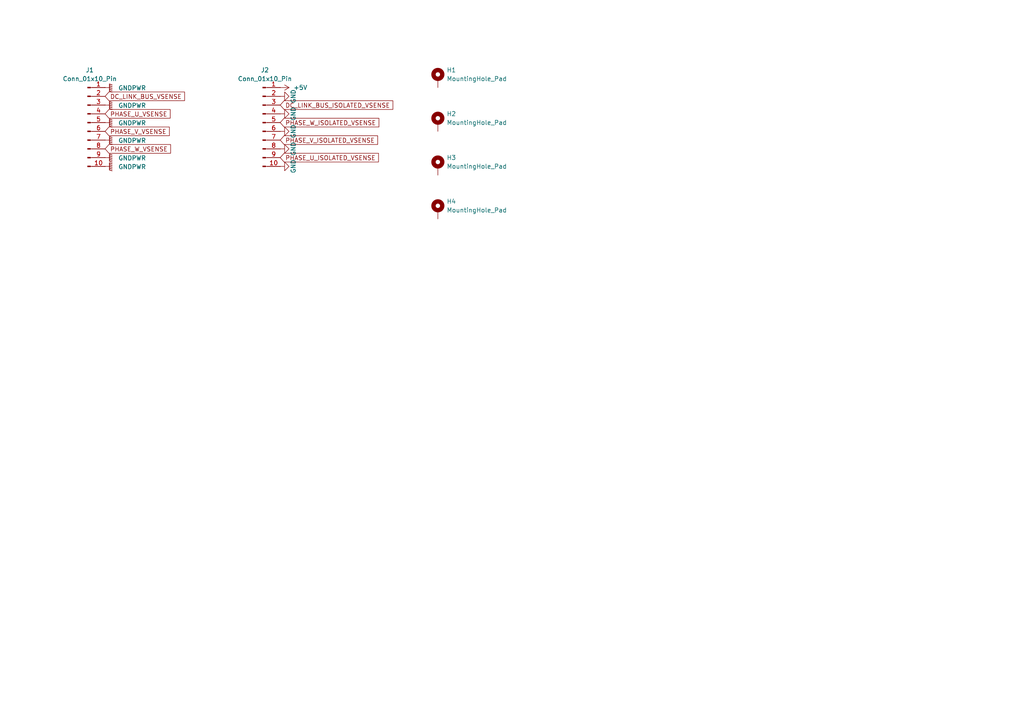
<source format=kicad_sch>
(kicad_sch (version 20250114) (generator "eeschema") (generator_version "9.0")
  (paper "A4")
  (lib_symbols
    (symbol "Connector:Conn_01x10_Pin" (pin_names (offset 1.016) (hide yes))
      (property "Reference" "J" (at 0 12.7 0))
      (property "Value" "Conn_01x10_Pin" (at 0 -15.24 0))
      (symbol "Conn_01x10_Pin_1_1"
        (rectangle (start 0.8636 10.287) (end 0 10.033) (stroke (width 0.1524)) (fill (type outline)))
        (rectangle (start 0.8636 7.747) (end 0 7.493) (stroke (width 0.1524)) (fill (type outline)))
        (rectangle (start 0.8636 5.207) (end 0 4.953) (stroke (width 0.1524)) (fill (type outline)))
        (rectangle (start 0.8636 2.667) (end 0 2.413) (stroke (width 0.1524)) (fill (type outline)))
        (rectangle (start 0.8636 0.127) (end 0 -0.127) (stroke (width 0.1524)) (fill (type outline)))
        (rectangle (start 0.8636 -2.413) (end 0 -2.667) (stroke (width 0.1524)) (fill (type outline)))
        (rectangle (start 0.8636 -4.953) (end 0 -5.207) (stroke (width 0.1524)) (fill (type outline)))
        (rectangle (start 0.8636 -7.493) (end 0 -7.747) (stroke (width 0.1524)) (fill (type outline)))
        (rectangle (start 0.8636 -10.033) (end 0 -10.287) (stroke (width 0.1524)) (fill (type outline)))
        (rectangle (start 0.8636 -12.573) (end 0 -12.827) (stroke (width 0.1524)) (fill (type outline)))
        (polyline (pts (xy 1.27 10.16) (xy 0.8636 10.16)) (stroke (width 0.1524)))
        (polyline (pts (xy 1.27 7.62) (xy 0.8636 7.62)) (stroke (width 0.1524)))
        (polyline (pts (xy 1.27 5.08) (xy 0.8636 5.08)) (stroke (width 0.1524)))
        (polyline (pts (xy 1.27 2.54) (xy 0.8636 2.54)) (stroke (width 0.1524)))
        (polyline (pts (xy 1.27 0) (xy 0.8636 0)) (stroke (width 0.1524)))
        (polyline (pts (xy 1.27 -2.54) (xy 0.8636 -2.54)) (stroke (width 0.1524)))
        (polyline (pts (xy 1.27 -5.08) (xy 0.8636 -5.08)) (stroke (width 0.1524)))
        (polyline (pts (xy 1.27 -7.62) (xy 0.8636 -7.62)) (stroke (width 0.1524)))
        (polyline (pts (xy 1.27 -10.16) (xy 0.8636 -10.16)) (stroke (width 0.1524)))
        (polyline (pts (xy 1.27 -12.7) (xy 0.8636 -12.7)) (stroke (width 0.1524)))
        (pin passive line (at 5.08 10.16 180) (length 3.81) (name "Pin_1") (number "1"))
        (pin passive line (at 5.08 7.62 180) (length 3.81) (name "Pin_2") (number "2"))
        (pin passive line (at 5.08 5.08 180) (length 3.81) (name "Pin_3") (number "3"))
        (pin passive line (at 5.08 2.54 180) (length 3.81) (name "Pin_4") (number "4"))
        (pin passive line (at 5.08 0 180) (length 3.81) (name "Pin_5") (number "5"))
        (pin passive line (at 5.08 -2.54 180) (length 3.81) (name "Pin_6") (number "6"))
        (pin passive line (at 5.08 -5.08 180) (length 3.81) (name "Pin_7") (number "7"))
        (pin passive line (at 5.08 -7.62 180) (length 3.81) (name "Pin_8") (number "8"))
        (pin passive line (at 5.08 -10.16 180) (length 3.81) (name "Pin_9") (number "9"))
        (pin passive line (at 5.08 -12.7 180) (length 3.81) (name "Pin_10") (number "10"))
      )
    )
    (symbol "Mechanical:MountingHole_Pad" (pin_numbers (hide yes)) (pin_names (offset 1.016) (hide yes)) (in_bom no)
      (property "Reference" "H" (at 0 6.35 0))
      (property "Value" "MountingHole_Pad" (at 0 4.445 0))
      (symbol "MountingHole_Pad_0_1"
        (circle (center 0 1.27) (radius 1.27) (stroke (width 1.27)))
      )
      (symbol "MountingHole_Pad_1_1"
        (pin input line (at 0 -2.54 90) (length 2.54) (name "1") (number "1"))
      )
    )
    (symbol "power:+5V" (power) (pin_numbers (hide yes)) (pin_names (offset 0) (hide yes))
      (property "Value" "+5V" (at 0 3.556 0))
      (symbol "+5V_0_1"
        (polyline (pts (xy -0.762 1.27) (xy 0 2.54)))
        (polyline (pts (xy 0 2.54) (xy 0.762 1.27)))
        (polyline (pts (xy 0 0) (xy 0 2.54)))
      )
      (symbol "+5V_1_1"
        (pin power_in line (at 0 0 90) (length 0) (name "~") (number "1"))
      )
    )
    (symbol "power:GND" (power) (pin_numbers (hide yes)) (pin_names (offset 0) (hide yes))
      (property "Value" "GND" (at 0 -3.81 0))
      (symbol "GND_0_1"
        (polyline (pts (xy 0 0) (xy 0 -1.27) (xy 1.27 -1.27) (xy 0 -2.54) (xy -1.27 -1.27) (xy 0 -1.27)))
      )
      (symbol "GND_1_1"
        (pin power_in line (at 0 0 270) (length 0) (name "~") (number "1"))
      )
    )
    (symbol "power:GNDPWR" (power) (pin_numbers (hide yes)) (pin_names (offset 0) (hide yes))
      (property "Value" "GNDPWR" (at 0 -3.302 0))
      (symbol "GNDPWR_0_1"
        (polyline (pts (xy -1.016 -1.27) (xy -1.27 -2.032) (xy -1.27 -2.032)) (stroke (width 0.2032)))
        (polyline (pts (xy -0.508 -1.27) (xy -0.762 -2.032) (xy -0.762 -2.032)) (stroke (width 0.2032)))
        (polyline (pts (xy 0 -1.27) (xy 0 0)))
        (polyline (pts (xy 0 -1.27) (xy -0.254 -2.032) (xy -0.254 -2.032)) (stroke (width 0.2032)))
        (polyline (pts (xy 0.508 -1.27) (xy 0.254 -2.032) (xy 0.254 -2.032)) (stroke (width 0.2032)))
        (polyline (pts (xy 1.016 -1.27) (xy -1.016 -1.27) (xy -1.016 -1.27)) (stroke (width 0.2032)))
        (polyline (pts (xy 1.016 -1.27) (xy 0.762 -2.032) (xy 0.762 -2.032) (xy 0.762 -2.032)) (stroke (width 0.2032)))
      )
      (symbol "GNDPWR_1_1"
        (pin power_in line (at 0 0 270) (length 0) (name "~") (number "1"))
      )
    )
  )
  (global_label "PHASE_V_VSENSE" (shape input) (at 30.48 38.1 0) (property "Intersheetrefs" "${INTERSHEET_REFS}" (effects (hide yes))))
  (global_label "PHASE_W_ISOLATED_VSENSE" (shape input) (at 81.28 35.56 0) (property "Intersheetrefs" "${INTERSHEET_REFS}" (effects (hide yes))))
  (global_label "PHASE_W_VSENSE" (shape input) (at 30.48 43.18 0) (property "Intersheetrefs" "${INTERSHEET_REFS}" (effects (hide yes))))
  (global_label "PHASE_U_ISOLATED_VSENSE" (shape input) (at 81.28 45.72 0) (property "Intersheetrefs" "${INTERSHEET_REFS}" (effects (hide yes))))
  (global_label "DC_LINK_BUS_VSENSE" (shape input) (at 30.48 27.94 0) (property "Intersheetrefs" "${INTERSHEET_REFS}" (effects (hide yes))))
  (global_label "PHASE_V_ISOLATED_VSENSE" (shape input) (at 81.28 40.64 0) (property "Intersheetrefs" "${INTERSHEET_REFS}" (effects (hide yes))))
  (global_label "DC_LINK_BUS_ISOLATED_VSENSE" (shape input) (at 81.28 30.48 0) (property "Intersheetrefs" "${INTERSHEET_REFS}" (effects (hide yes))))
  (global_label "PHASE_U_VSENSE" (shape input) (at 30.48 33.02 0) (property "Intersheetrefs" "${INTERSHEET_REFS}" (effects (hide yes))))
  (symbol (lib_id "power:GND") (at 81.28 38.1 90) (unit 1)
    (property "Reference" "#PWR0107" (effects (hide yes)))
    (property "Value" "GND" (at 85.09 38.1 0))
    (property "Description" "Power symbol creates a global label with name \"GND\" , ground" (effects (hide yes)))
  )
  (symbol (lib_id "power:GNDPWR") (at 30.48 45.72 90) (unit 1)
    (property "Reference" "#PWR0103" (effects (hide yes)))
    (property "Value" "GNDPWR" (at 34.29 45.8469 90) (effects (justify right)))
    (property "Description" "Power symbol creates a global label with name \"GNDPWR\" , global ground" (effects (hide yes)))
  )
  (symbol (lib_id "power:GND") (at 81.28 27.94 90) (unit 1)
    (property "Reference" "#PWR0105" (effects (hide yes)))
    (property "Value" "GND" (at 85.09 27.94 0))
    (property "Description" "Power symbol creates a global label with name \"GND\" , ground" (effects (hide yes)))
  )
  (symbol (lib_id "power:GNDPWR") (at 30.48 25.4 90) (unit 1)
    (property "Reference" "#PWR096" (effects (hide yes)))
    (property "Value" "GNDPWR" (at 34.29 25.5269 90) (effects (justify right)))
    (property "Description" "Power symbol creates a global label with name \"GNDPWR\" , global ground" (effects (hide yes)))
  )
  (symbol (lib_id "power:GNDPWR") (at 30.48 30.48 90) (unit 1)
    (property "Reference" "#PWR0100" (effects (hide yes)))
    (property "Value" "GNDPWR" (at 34.29 30.6069 90) (effects (justify right)))
    (property "Description" "Power symbol creates a global label with name \"GNDPWR\" , global ground" (effects (hide yes)))
  )
  (symbol (lib_id "power:GND") (at 81.28 43.18 90) (unit 1)
    (property "Reference" "#PWR0108" (effects (hide yes)))
    (property "Value" "GND" (at 85.09 43.18 0))
    (property "Description" "Power symbol creates a global label with name \"GND\" , ground" (effects (hide yes)))
  )
  (symbol (lib_id "Mechanical:MountingHole_Pad") (at 127 22.86 0) (unit 1) (in_bom no)
    (property "Reference" "H1" (at 129.54 20.3199 0) (effects (justify left)))
    (property "Value" "MountingHole_Pad" (at 129.54 22.8599 0) (effects (justify left)))
    (property "Footprint" "MountingHole:MountingHole_5.3mm_M5_ISO7380_Pad" (effects (hide yes)))
    (property "Description" "Mounting Hole with connection" (effects (hide yes)))
  )
  (symbol (lib_id "Mechanical:MountingHole_Pad") (at 127 48.26 0) (unit 1) (in_bom no)
    (property "Reference" "H3" (at 129.54 45.7199 0) (effects (justify left)))
    (property "Value" "MountingHole_Pad" (at 129.54 48.2599 0) (effects (justify left)))
    (property "Footprint" "MountingHole:MountingHole_5.3mm_M5_ISO7380_Pad" (effects (hide yes)))
    (property "Description" "Mounting Hole with connection" (effects (hide yes)))
  )
  (symbol (lib_id "Mechanical:MountingHole_Pad") (at 127 60.96 0) (unit 1) (in_bom no)
    (property "Reference" "H4" (at 129.54 58.4199 0) (effects (justify left)))
    (property "Value" "MountingHole_Pad" (at 129.54 60.9599 0) (effects (justify left)))
    (property "Footprint" "MountingHole:MountingHole_5.3mm_M5_ISO7380_Pad" (effects (hide yes)))
    (property "Description" "Mounting Hole with connection" (effects (hide yes)))
  )
  (symbol (lib_id "power:GND") (at 81.28 48.26 90) (unit 1)
    (property "Reference" "#PWR0109" (effects (hide yes)))
    (property "Value" "GND" (at 85.09 48.26 0))
    (property "Description" "Power symbol creates a global label with name \"GND\" , ground" (effects (hide yes)))
  )
  (symbol (lib_id "power:GNDPWR") (at 30.48 40.64 90) (unit 1)
    (property "Reference" "#PWR0102" (effects (hide yes)))
    (property "Value" "GNDPWR" (at 34.29 40.7669 90) (effects (justify right)))
    (property "Description" "Power symbol creates a global label with name \"GNDPWR\" , global ground" (effects (hide yes)))
  )
  (symbol (lib_id "power:GNDPWR") (at 30.48 35.56 90) (unit 1)
    (property "Reference" "#PWR0101" (effects (hide yes)))
    (property "Value" "GNDPWR" (at 34.29 35.6869 90) (effects (justify right)))
    (property "Description" "Power symbol creates a global label with name \"GNDPWR\" , global ground" (effects (hide yes)))
  )
  (symbol (lib_id "Connector:Conn_01x10_Pin") (at 25.4 35.56 0) (unit 1)
    (property "Reference" "J1" (at 26.035 20.32 0))
    (property "Value" "Conn_01x10_Pin" (at 26.035 22.86 0))
    (property "Footprint" "Connector_PinHeader_2.54mm:PinHeader_1x10_P2.54mm_Vertical" (effects (hide yes)))
    (property "Description" "Generic connector, single row, 01x10, script generated" (effects (hide yes)))
  )
  (symbol (lib_id "power:GND") (at 81.28 33.02 90) (unit 1)
    (property "Reference" "#PWR0106" (effects (hide yes)))
    (property "Value" "GND" (at 85.09 33.02 0))
    (property "Description" "Power symbol creates a global label with name \"GND\" , ground" (effects (hide yes)))
  )
  (symbol (lib_id "power:GNDPWR") (at 30.48 48.26 90) (unit 1)
    (property "Reference" "#PWR0104" (effects (hide yes)))
    (property "Value" "GNDPWR" (at 34.29 48.3869 90) (effects (justify right)))
    (property "Description" "Power symbol creates a global label with name \"GNDPWR\" , global ground" (effects (hide yes)))
  )
  (symbol (lib_id "Connector:Conn_01x10_Pin") (at 76.2 35.56 0) (unit 1)
    (property "Reference" "J2" (at 76.835 20.32 0))
    (property "Value" "Conn_01x10_Pin" (at 76.835 22.86 0))
    (property "Footprint" "Connector_PinHeader_2.54mm:PinHeader_1x10_P2.54mm_Vertical" (effects (hide yes)))
    (property "Description" "Generic connector, single row, 01x10, script generated" (effects (hide yes)))
  )
  (symbol (lib_id "Mechanical:MountingHole_Pad") (at 127 35.56 0) (unit 1) (in_bom no)
    (property "Reference" "H2" (at 129.54 33.0199 0) (effects (justify left)))
    (property "Value" "MountingHole_Pad" (at 129.54 35.5599 0) (effects (justify left)))
    (property "Footprint" "MountingHole:MountingHole_5.3mm_M5_ISO7380_Pad" (effects (hide yes)))
    (property "Description" "Mounting Hole with connection" (effects (hide yes)))
  )
  (symbol (lib_id "power:+5V") (at 81.28 25.4 270) (unit 1)
    (property "Reference" "#PWR099" (effects (hide yes)))
    (property "Value" "+5V" (at 85.09 25.3999 90) (effects (justify left)))
    (property "Description" "Power symbol creates a global label with name \"+5V\"" (effects (hide yes)))
  )
)
</source>
